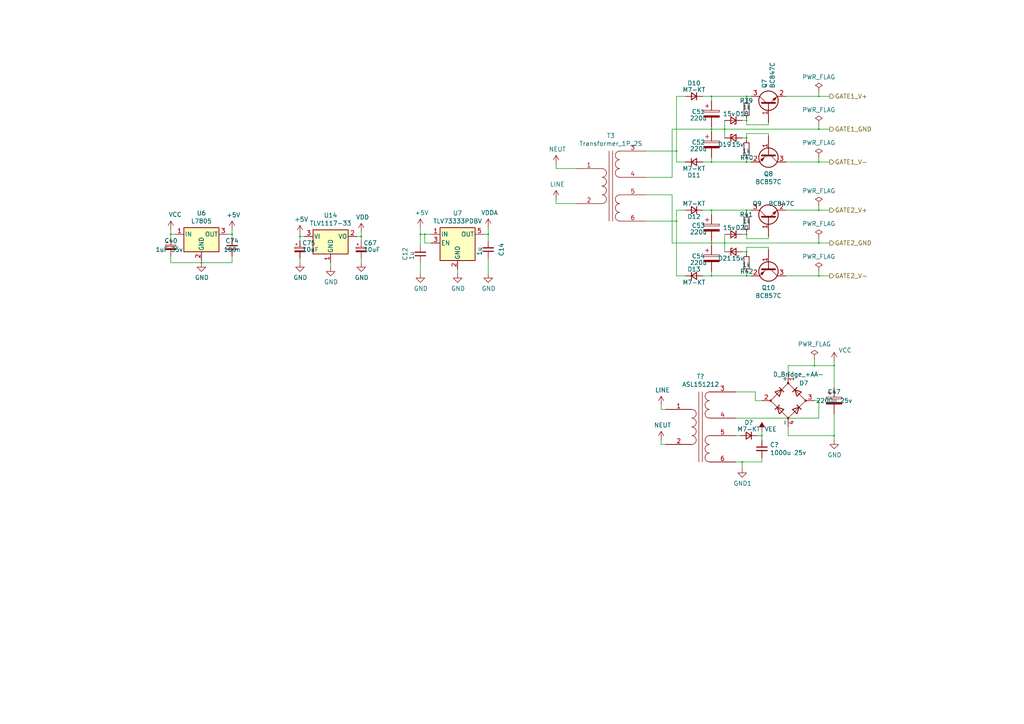
<source format=kicad_sch>
(kicad_sch (version 20201015) (generator eeschema)
  (page 1 7)
  (paper "A4")
  (lib_symbols
    (symbol "Device:CP" (pin_numbers hide) (pin_names (offset 0.254))
      (property "Reference" "C" (at 0.635 2.54 0))
      (property "Value" "CP" (at 0.635 -2.54 0))
      (symbol "CP_0_1"
        (rectangle (start -2.286 0.508) (end 2.286 1.016))
        (rectangle (start 2.286 -0.508) (end -2.286 -1.016) (fill (type outline)))
        (polyline (pts (xy -1.778 2.286) (xy -0.762 2.286)))
        (polyline (pts (xy -1.27 2.794) (xy -1.27 1.778)))
      )
      (symbol "CP_1_1"
        (pin passive line (at 0 3.81 270) (length 2.794) (name "~") (number "1"))
        (pin passive line (at 0 -3.81 90) (length 2.794) (name "~") (number "2"))
      )
    )
    (symbol "Device:CP_2" (pin_numbers hide) (pin_names (offset 0.254))
      (property "Reference" "C" (at 0.635 2.54 0))
      (property "Value" "CP" (at 0.635 -2.54 0))
      (symbol "CP_2_0_1"
        (rectangle (start -2.286 0.508) (end 2.286 1.016))
        (rectangle (start 2.286 -0.508) (end -2.286 -1.016) (fill (type outline)))
        (polyline (pts (xy -1.778 2.286) (xy -0.762 2.286)))
        (polyline (pts (xy -1.27 2.794) (xy -1.27 1.778)))
      )
      (symbol "CP_2_1_1"
        (pin passive line (at 0 3.81 270) (length 2.794) (name "~") (number "1"))
        (pin passive line (at 0 -3.81 90) (length 2.794) (name "~") (number "2"))
      )
    )
    (symbol "Device:CP_7" (pin_numbers hide) (pin_names (offset 0.254))
      (property "Reference" "C" (at 0.635 2.54 0))
      (property "Value" "CP" (at 0.635 -2.54 0))
      (symbol "CP_7_0_1"
        (rectangle (start -2.286 0.508) (end 2.286 1.016))
        (rectangle (start 2.286 -0.508) (end -2.286 -1.016) (fill (type outline)))
        (polyline (pts (xy -1.778 2.286) (xy -0.762 2.286)))
        (polyline (pts (xy -1.27 2.794) (xy -1.27 1.778)))
      )
      (symbol "CP_7_1_1"
        (pin passive line (at 0 3.81 270) (length 2.794) (name "~") (number "1"))
        (pin passive line (at 0 -3.81 90) (length 2.794) (name "~") (number "2"))
      )
    )
    (symbol "Device:CP_8" (pin_numbers hide) (pin_names (offset 0.254))
      (property "Reference" "C" (at 0.635 2.54 0))
      (property "Value" "CP" (at 0.635 -2.54 0))
      (symbol "CP_8_0_1"
        (rectangle (start -2.286 0.508) (end 2.286 1.016))
        (rectangle (start 2.286 -0.508) (end -2.286 -1.016) (fill (type outline)))
        (polyline (pts (xy -1.778 2.286) (xy -0.762 2.286)))
        (polyline (pts (xy -1.27 2.794) (xy -1.27 1.778)))
      )
      (symbol "CP_8_1_1"
        (pin passive line (at 0 3.81 270) (length 2.794) (name "~") (number "1"))
        (pin passive line (at 0 -3.81 90) (length 2.794) (name "~") (number "2"))
      )
    )
    (symbol "Device:CP_9" (pin_numbers hide) (pin_names (offset 0.254))
      (property "Reference" "C" (at 0.635 2.54 0))
      (property "Value" "CP" (at 0.635 -2.54 0))
      (symbol "CP_9_0_1"
        (rectangle (start -2.286 0.508) (end 2.286 1.016))
        (rectangle (start 2.286 -0.508) (end -2.286 -1.016) (fill (type outline)))
        (polyline (pts (xy -1.778 2.286) (xy -0.762 2.286)))
        (polyline (pts (xy -1.27 2.794) (xy -1.27 1.778)))
      )
      (symbol "CP_9_1_1"
        (pin passive line (at 0 3.81 270) (length 2.794) (name "~") (number "1"))
        (pin passive line (at 0 -3.81 90) (length 2.794) (name "~") (number "2"))
      )
    )
    (symbol "Device:CP_Small_1" (pin_numbers hide) (pin_names (offset 0.254) hide)
      (property "Reference" "C" (at 0.254 1.778 0))
      (property "Value" "CP_Small" (at 0.254 -2.032 0))
      (symbol "CP_Small_1_0_1"
        (rectangle (start -1.524 -0.3048) (end 1.524 -0.6858) (fill (type outline)))
        (rectangle (start -1.524 0.6858) (end 1.524 0.3048))
        (polyline (pts (xy -1.27 1.524) (xy -0.762 1.524)))
        (polyline (pts (xy -1.016 1.27) (xy -1.016 1.778)))
      )
      (symbol "CP_Small_1_1_1"
        (pin passive line (at 0 2.54 270) (length 1.8542) (name "~") (number "1"))
        (pin passive line (at 0 -2.54 90) (length 1.8542) (name "~") (number "2"))
      )
    )
    (symbol "Device:CP_Small_2" (pin_numbers hide) (pin_names (offset 0.254) hide)
      (property "Reference" "C" (at 0.254 1.778 0))
      (property "Value" "CP_Small" (at 0.254 -2.032 0))
      (symbol "CP_Small_2_0_1"
        (rectangle (start -1.524 -0.3048) (end 1.524 -0.6858) (fill (type outline)))
        (rectangle (start -1.524 0.6858) (end 1.524 0.3048))
        (polyline (pts (xy -1.27 1.524) (xy -0.762 1.524)))
        (polyline (pts (xy -1.016 1.27) (xy -1.016 1.778)))
      )
      (symbol "CP_Small_2_1_1"
        (pin passive line (at 0 2.54 270) (length 1.8542) (name "~") (number "1"))
        (pin passive line (at 0 -2.54 90) (length 1.8542) (name "~") (number "2"))
      )
    )
    (symbol "Device:CP_Small_3" (pin_numbers hide) (pin_names (offset 0.254) hide)
      (property "Reference" "C" (at 0.254 1.778 0))
      (property "Value" "CP_Small" (at 0.254 -2.032 0))
      (symbol "CP_Small_3_0_1"
        (rectangle (start -1.524 -0.3048) (end 1.524 -0.6858) (fill (type outline)))
        (rectangle (start -1.524 0.6858) (end 1.524 0.3048))
        (polyline (pts (xy -1.27 1.524) (xy -0.762 1.524)))
        (polyline (pts (xy -1.016 1.27) (xy -1.016 1.778)))
      )
      (symbol "CP_Small_3_1_1"
        (pin passive line (at 0 2.54 270) (length 1.8542) (name "~") (number "1"))
        (pin passive line (at 0 -2.54 90) (length 1.8542) (name "~") (number "2"))
      )
    )
    (symbol "Device:C_Small" (pin_numbers hide) (pin_names (offset 0.254) hide)
      (property "Reference" "C" (at 0.254 1.778 0))
      (property "Value" "C_Small" (at 0.254 -2.032 0))
      (symbol "C_Small_0_1"
        (polyline (pts (xy -1.524 -0.508) (xy 1.524 -0.508)) (stroke (width 0.3302)))
        (polyline (pts (xy -1.524 0.508) (xy 1.524 0.508)) (stroke (width 0.3048)))
      )
      (symbol "C_Small_1_1"
        (pin passive line (at 0 2.54 270) (length 2.032) (name "~") (number "1"))
        (pin passive line (at 0 -2.54 90) (length 2.032) (name "~") (number "2"))
      )
    )
    (symbol "Device:C_Small_1" (pin_numbers hide) (pin_names (offset 0.254) hide)
      (property "Reference" "C" (at 0.254 1.778 0))
      (property "Value" "C_Small" (at 0.254 -2.032 0))
      (symbol "C_Small_1_0_1"
        (polyline (pts (xy -1.524 -0.508) (xy 1.524 -0.508)) (stroke (width 0.3302)))
        (polyline (pts (xy -1.524 0.508) (xy 1.524 0.508)) (stroke (width 0.3048)))
      )
      (symbol "C_Small_1_1_1"
        (pin passive line (at 0 2.54 270) (length 2.032) (name "~") (number "1"))
        (pin passive line (at 0 -2.54 90) (length 2.032) (name "~") (number "2"))
      )
    )
    (symbol "Device:C_Small_2" (pin_numbers hide) (pin_names (offset 0.254) hide)
      (property "Reference" "C" (at 0.254 1.778 0))
      (property "Value" "C_Small" (at 0.254 -2.032 0))
      (symbol "C_Small_2_0_1"
        (polyline (pts (xy -1.524 -0.508) (xy 1.524 -0.508)) (stroke (width 0.3302)))
        (polyline (pts (xy -1.524 0.508) (xy 1.524 0.508)) (stroke (width 0.3048)))
      )
      (symbol "C_Small_2_1_1"
        (pin passive line (at 0 2.54 270) (length 2.032) (name "~") (number "1"))
        (pin passive line (at 0 -2.54 90) (length 2.032) (name "~") (number "2"))
      )
    )
    (symbol "Device:D_Bridge_+AA-" (pin_names (offset 0))
      (property "Reference" "D" (at 2.54 6.985 0))
      (property "Value" "D_Bridge_+AA-" (at 2.54 5.08 0))
      (symbol "D_Bridge_+AA-_0_1"
        (circle (center -5.08 0) (radius 0.254) (fill (type outline)))
        (circle (center 0 -5.08) (radius 0.254) (fill (type outline)))
        (circle (center 0 5.08) (radius 0.254) (fill (type outline)))
        (circle (center 5.08 0) (radius 0.254) (fill (type outline)))
        (polyline (pts (xy -2.54 3.81) (xy -1.27 2.54)) (stroke (width 0.254)))
        (polyline (pts (xy -1.27 -2.54) (xy -2.54 -3.81)) (stroke (width 0.254)))
        (polyline (pts (xy 2.54 -1.27) (xy 3.81 -2.54)) (stroke (width 0.254)))
        (polyline (pts (xy 2.54 1.27) (xy 3.81 2.54)) (stroke (width 0.254)))
        (polyline (pts (xy -3.81 2.54) (xy -2.54 1.27) (xy -1.905 3.175) (xy -3.81 2.54)) (stroke (width 0.254)))
        (polyline (pts (xy -2.54 -1.27) (xy -3.81 -2.54) (xy -1.905 -3.175) (xy -2.54 -1.27)) (stroke (width 0.254)))
        (polyline (pts (xy 1.27 2.54) (xy 2.54 3.81) (xy 3.175 1.905) (xy 1.27 2.54)) (stroke (width 0.254)))
        (polyline (pts (xy 3.175 -1.905) (xy 1.27 -2.54) (xy 2.54 -3.81) (xy 3.175 -1.905)) (stroke (width 0.254)))
        (polyline (pts (xy -5.08 0) (xy 0 -5.08) (xy 5.08 0) (xy 0 5.08) (xy -5.08 0)))
      )
      (symbol "D_Bridge_+AA-_1_1"
        (pin passive line (at 7.62 0 180) (length 2.54) (name "+") (number "1"))
        (pin passive line (at 0 7.62 270) (length 2.54) (name "~~") (number "2"))
        (pin passive line (at 0 -7.62 90) (length 2.54) (name "~~") (number "3"))
        (pin passive line (at -7.62 0 0) (length 2.54) (name "-") (number "4"))
      )
    )
    (symbol "Device:D_Small" (pin_numbers hide) (pin_names (offset 0.254) hide)
      (property "Reference" "D" (at -1.27 2.032 0))
      (property "Value" "D_Small" (at -3.81 -2.032 0))
      (symbol "D_Small_0_1"
        (polyline (pts (xy -0.762 -1.016) (xy -0.762 1.016)) (stroke (width 0.254)))
        (polyline (pts (xy -0.762 0) (xy 0.762 0)))
        (polyline (pts (xy 0.762 -1.016) (xy -0.762 0) (xy 0.762 1.016) (xy 0.762 -1.016)) (stroke (width 0.254)))
      )
      (symbol "D_Small_1_1"
        (pin passive line (at -2.54 0 0) (length 1.778) (name "K") (number "1"))
        (pin passive line (at 2.54 0 180) (length 1.778) (name "A") (number "2"))
      )
    )
    (symbol "Device:D_Zener_Small_1" (pin_numbers hide) (pin_names (offset 0.254) hide)
      (property "Reference" "D" (at 0 2.286 0))
      (property "Value" "D_Zener_Small" (at 0 -2.286 0))
      (symbol "D_Zener_Small_1_0_1"
        (polyline (pts (xy 0.762 0) (xy -0.762 0)))
        (polyline (pts (xy -0.254 1.016) (xy -0.762 1.016) (xy -0.762 -1.016)) (stroke (width 0.254)))
        (polyline (pts (xy 0.762 1.016) (xy -0.762 0) (xy 0.762 -1.016) (xy 0.762 1.016)) (stroke (width 0.254)))
      )
      (symbol "D_Zener_Small_1_1_1"
        (pin passive line (at -2.54 0 0) (length 1.778) (name "K") (number "1"))
        (pin passive line (at 2.54 0 180) (length 1.778) (name "A") (number "2"))
      )
    )
    (symbol "Device:Q_NPN_BEC" (pin_names (offset 0) hide)
      (property "Reference" "Q" (at 5.08 1.27 0))
      (property "Value" "Q_NPN_BEC" (at 5.08 -1.27 0))
      (symbol "Q_NPN_BEC_0_1"
        (circle (center 1.27 0) (radius 2.8194) (stroke (width 0.254)))
        (polyline (pts (xy 0.635 0.635) (xy 2.54 2.54)))
        (polyline (pts (xy 0.635 -0.635) (xy 2.54 -2.54) (xy 2.54 -2.54)))
        (polyline (pts (xy 0.635 1.905) (xy 0.635 -1.905) (xy 0.635 -1.905)) (stroke (width 0.508)))
        (polyline (pts (xy 1.27 -1.778) (xy 1.778 -1.27) (xy 2.286 -2.286) (xy 1.27 -1.778) (xy 1.27 -1.778)) (fill (type outline)))
      )
      (symbol "Q_NPN_BEC_1_1"
        (pin input line (at -5.08 0 0) (length 5.715) (name "B") (number "1"))
        (pin passive line (at 2.54 -5.08 90) (length 2.54) (name "E") (number "2"))
        (pin passive line (at 2.54 5.08 270) (length 2.54) (name "C") (number "3"))
      )
    )
    (symbol "Device:Q_PNP_BEC" (pin_names (offset 0) hide)
      (property "Reference" "Q" (at 5.08 1.27 0))
      (property "Value" "Q_PNP_BEC" (at 5.08 -1.27 0))
      (symbol "Q_PNP_BEC_0_1"
        (circle (center 1.27 0) (radius 2.8194) (stroke (width 0.254)))
        (polyline (pts (xy 0.635 0.635) (xy 2.54 2.54)))
        (polyline (pts (xy 0.635 -0.635) (xy 2.54 -2.54) (xy 2.54 -2.54)))
        (polyline (pts (xy 0.635 1.905) (xy 0.635 -1.905) (xy 0.635 -1.905)) (stroke (width 0.508)))
        (polyline (pts (xy 2.286 -1.778) (xy 1.778 -2.286) (xy 1.27 -1.27) (xy 2.286 -1.778) (xy 2.286 -1.778)) (fill (type outline)))
      )
      (symbol "Q_PNP_BEC_1_1"
        (pin input line (at -5.08 0 0) (length 5.715) (name "B") (number "1"))
        (pin passive line (at 2.54 -5.08 90) (length 2.54) (name "E") (number "2"))
        (pin passive line (at 2.54 5.08 270) (length 2.54) (name "C") (number "3"))
      )
    )
    (symbol "Device:R_Small_14" (pin_numbers hide) (pin_names (offset 0.254) hide)
      (property "Reference" "R" (at 0.762 0.508 0))
      (property "Value" "R_Small" (at 0.762 -1.016 0))
      (symbol "R_Small_14_0_1"
        (rectangle (start -0.762 1.778) (end 0.762 -1.778) (stroke (width 0.2032)))
      )
      (symbol "R_Small_14_1_1"
        (pin passive line (at 0 2.54 270) (length 0.762) (name "~") (number "1"))
        (pin passive line (at 0 -2.54 90) (length 0.762) (name "~") (number "2"))
      )
    )
    (symbol "Device:Transformer_1P_2S" (pin_names hide)
      (property "Reference" "T" (at 0 12.7 0))
      (property "Value" "Transformer_1P_2S" (at 0 -12.7 0))
      (symbol "Transformer_1P_2S_0_1"
        (arc (start -2.54 -2.54) (end -1.27 -3.81) (radius (at -2.54 -3.81) (length 1.27) (angles 89.9 0.1)))
        (arc (start -1.27 -3.81) (end -2.54 -5.0546) (radius (at -2.54 -3.81) (length 1.27) (angles -0.1 -89.9)))
        (arc (start -2.54 0) (end -1.27 -1.27) (radius (at -2.54 -1.27) (length 1.27) (angles 89.9 0.1)))
        (arc (start -1.27 -1.27) (end -2.54 -2.5146) (radius (at -2.54 -1.27) (length 1.27) (angles -0.1 -89.9)))
        (arc (start -2.54 2.54) (end -1.27 1.27) (radius (at -2.54 1.27) (length 1.27) (angles 89.9 0.1)))
        (arc (start -1.27 1.27) (end -2.54 0.0254) (radius (at -2.54 1.27) (length 1.27) (angles -0.1 -89.9)))
        (arc (start -2.54 5.08) (end -1.27 3.81) (radius (at -2.54 3.81) (length 1.27) (angles 89.9 0.1)))
        (arc (start -1.27 3.81) (end -2.54 2.5654) (radius (at -2.54 3.81) (length 1.27) (angles -0.1 -89.9)))
        (arc (start 2.54 -7.62) (end 1.2954 -8.89) (radius (at 2.54 -8.89) (length 1.27) (angles 89.9 -179.9)))
        (arc (start 1.2954 -8.89) (end 2.54 -10.1346) (radius (at 2.54 -8.89) (length 1.27) (angles 179.9 -89.9)))
        (arc (start 2.54 -5.08) (end 1.2954 -6.35) (radius (at 2.54 -6.35) (length 1.27) (angles 89.9 -179.9)))
        (arc (start 1.2954 -6.35) (end 2.54 -7.5946) (radius (at 2.54 -6.35) (length 1.27) (angles 179.9 -89.9)))
        (arc (start 2.54 -2.54) (end 1.2954 -3.81) (radius (at 2.54 -3.81) (length 1.27) (angles 89.9 -179.9)))
        (arc (start 1.2954 -3.81) (end 2.54 -5.0546) (radius (at 2.54 -3.81) (length 1.27) (angles 179.9 -89.9)))
        (arc (start 2.54 5.08) (end 1.2954 3.81) (radius (at 2.54 3.81) (length 1.27) (angles 89.9 -179.9)))
        (arc (start 1.2954 3.81) (end 2.54 2.5654) (radius (at 2.54 3.81) (length 1.27) (angles 179.9 -89.9)))
        (arc (start 2.54 7.62) (end 1.2954 6.35) (radius (at 2.54 6.35) (length 1.27) (angles 89.9 -179.9)))
        (arc (start 1.2954 6.35) (end 2.54 5.1054) (radius (at 2.54 6.35) (length 1.27) (angles 179.9 -89.9)))
        (arc (start 2.54 10.16) (end 1.2954 8.89) (radius (at 2.54 8.89) (length 1.27) (angles 89.9 -179.9)))
        (arc (start 1.2954 8.89) (end 2.54 7.6454) (radius (at 2.54 8.89) (length 1.27) (angles 179.9 -89.9)))
        (polyline (pts (xy -0.508 -10.16) (xy -0.508 10.16)))
        (polyline (pts (xy 0.508 10.16) (xy 0.508 -10.16)))
      )
      (symbol "Transformer_1P_2S_1_1"
        (pin passive line (at -10.16 5.08 0) (length 7.62) (name "AA") (number "1"))
        (pin passive line (at -10.16 -5.08 0) (length 7.62) (name "AB") (number "2"))
        (pin passive line (at 10.16 10.16 180) (length 7.62) (name "SA") (number "3"))
        (pin passive line (at 10.16 2.54 180) (length 7.62) (name "SB") (number "4"))
        (pin passive line (at 10.16 -2.54 180) (length 7.62) (name "SC") (number "5"))
        (pin passive line (at 10.16 -10.16 180) (length 7.62) (name "SD") (number "6"))
      )
    )
    (symbol "Device:Transformer_1P_2S_1" (pin_names hide)
      (property "Reference" "T" (at 0 12.7 0))
      (property "Value" "Transformer_1P_2S" (at 0 -12.7 0))
      (symbol "Transformer_1P_2S_1_0_1"
        (arc (start -2.54 -2.54) (end -1.27 -3.81) (radius (at -2.54 -3.81) (length 1.27) (angles 89.9 0.1)))
        (arc (start -1.27 -3.81) (end -2.54 -5.0546) (radius (at -2.54 -3.81) (length 1.27) (angles -0.1 -89.9)))
        (arc (start -2.54 0) (end -1.27 -1.27) (radius (at -2.54 -1.27) (length 1.27) (angles 89.9 0.1)))
        (arc (start -1.27 -1.27) (end -2.54 -2.5146) (radius (at -2.54 -1.27) (length 1.27) (angles -0.1 -89.9)))
        (arc (start -2.54 2.54) (end -1.27 1.27) (radius (at -2.54 1.27) (length 1.27) (angles 89.9 0.1)))
        (arc (start -1.27 1.27) (end -2.54 0.0254) (radius (at -2.54 1.27) (length 1.27) (angles -0.1 -89.9)))
        (arc (start -2.54 5.08) (end -1.27 3.81) (radius (at -2.54 3.81) (length 1.27) (angles 89.9 0.1)))
        (arc (start -1.27 3.81) (end -2.54 2.5654) (radius (at -2.54 3.81) (length 1.27) (angles -0.1 -89.9)))
        (arc (start 2.54 -7.62) (end 1.2954 -8.89) (radius (at 2.54 -8.89) (length 1.27) (angles 89.9 -179.9)))
        (arc (start 1.2954 -8.89) (end 2.54 -10.1346) (radius (at 2.54 -8.89) (length 1.27) (angles 179.9 -89.9)))
        (arc (start 2.54 -5.08) (end 1.2954 -6.35) (radius (at 2.54 -6.35) (length 1.27) (angles 89.9 -179.9)))
        (arc (start 1.2954 -6.35) (end 2.54 -7.5946) (radius (at 2.54 -6.35) (length 1.27) (angles 179.9 -89.9)))
        (arc (start 2.54 -2.54) (end 1.2954 -3.81) (radius (at 2.54 -3.81) (length 1.27) (angles 89.9 -179.9)))
        (arc (start 1.2954 -3.81) (end 2.54 -5.0546) (radius (at 2.54 -3.81) (length 1.27) (angles 179.9 -89.9)))
        (arc (start 2.54 5.08) (end 1.2954 3.81) (radius (at 2.54 3.81) (length 1.27) (angles 89.9 -179.9)))
        (arc (start 1.2954 3.81) (end 2.54 2.5654) (radius (at 2.54 3.81) (length 1.27) (angles 179.9 -89.9)))
        (arc (start 2.54 7.62) (end 1.2954 6.35) (radius (at 2.54 6.35) (length 1.27) (angles 89.9 -179.9)))
        (arc (start 1.2954 6.35) (end 2.54 5.1054) (radius (at 2.54 6.35) (length 1.27) (angles 179.9 -89.9)))
        (arc (start 2.54 10.16) (end 1.2954 8.89) (radius (at 2.54 8.89) (length 1.27) (angles 89.9 -179.9)))
        (arc (start 1.2954 8.89) (end 2.54 7.6454) (radius (at 2.54 8.89) (length 1.27) (angles 179.9 -89.9)))
        (polyline (pts (xy -0.508 -10.16) (xy -0.508 10.16)))
        (polyline (pts (xy 0.508 10.16) (xy 0.508 -10.16)))
      )
      (symbol "Transformer_1P_2S_1_1_1"
        (pin passive line (at -10.16 5.08 0) (length 7.62) (name "AA") (number "1"))
        (pin passive line (at -10.16 -5.08 0) (length 7.62) (name "AB") (number "2"))
        (pin passive line (at 10.16 10.16 180) (length 7.62) (name "SA") (number "3"))
        (pin passive line (at 10.16 2.54 180) (length 7.62) (name "SB") (number "4"))
        (pin passive line (at 10.16 -2.54 180) (length 7.62) (name "SC") (number "5"))
        (pin passive line (at 10.16 -10.16 180) (length 7.62) (name "SD") (number "6"))
      )
    )
    (symbol "Regulator_Linear:L7805" (pin_names (offset 0.254))
      (property "Reference" "U" (at -3.81 3.175 0))
      (property "Value" "L7805" (at 0 3.175 0))
      (symbol "L7805_0_1"
        (rectangle (start -5.08 1.905) (end 5.08 -5.08) (stroke (width 0.254)) (fill (type background)))
      )
      (symbol "L7805_1_1"
        (pin power_in line (at -7.62 0 0) (length 2.54) (name "IN") (number "1"))
        (pin power_in line (at 0 -7.62 90) (length 2.54) (name "GND") (number "2"))
        (pin power_out line (at 7.62 0 180) (length 2.54) (name "OUT") (number "3"))
      )
    )
    (symbol "Regulator_Linear:TLV1117-33" (pin_names (offset 0.254))
      (property "Reference" "U" (at -3.81 3.175 0))
      (property "Value" "TLV1117-33" (at 0 3.175 0))
      (symbol "TLV1117-33_0_1"
        (rectangle (start -5.08 -5.08) (end 5.08 1.905) (stroke (width 0.254)) (fill (type background)))
      )
      (symbol "TLV1117-33_1_1"
        (pin power_in line (at 0 -7.62 90) (length 2.54) (name "GND") (number "1"))
        (pin power_out line (at 7.62 0 180) (length 2.54) (name "VO") (number "2"))
        (pin power_in line (at -7.62 0 0) (length 2.54) (name "VI") (number "3"))
      )
    )
    (symbol "Regulator_Linear:TLV73333PDBV" (pin_names (offset 0.254))
      (property "Reference" "U" (at -3.81 5.715 0))
      (property "Value" "TLV73333PDBV" (at 0 5.715 0))
      (symbol "TLV73333PDBV_0_1"
        (rectangle (start -5.08 4.445) (end 5.08 -5.08) (stroke (width 0.254)) (fill (type background)))
      )
      (symbol "TLV73333PDBV_1_1"
        (pin power_in line (at -7.62 2.54 0) (length 2.54) (name "IN") (number "1"))
        (pin power_in line (at 0 -7.62 90) (length 2.54) (name "GND") (number "2"))
        (pin input line (at -7.62 0 0) (length 2.54) (name "EN") (number "3"))
        (pin unconnected line (at 5.08 0 180) (length 2.54) hide (name "NC") (number "4"))
        (pin power_out line (at 7.62 2.54 180) (length 2.54) (name "OUT") (number "5"))
      )
    )
    (symbol "power:+5V" (power) (pin_names (offset 0))
      (property "Value" "+5V" (at 0 3.556 0))
      (symbol "+5V_0_1"
        (polyline (pts (xy -0.762 1.27) (xy 0 2.54)))
        (polyline (pts (xy 0 0) (xy 0 2.54)))
        (polyline (pts (xy 0 2.54) (xy 0.762 1.27)))
      )
      (symbol "+5V_1_1"
        (pin power_in line (at 0 0 90) (length 0) hide (name "+5V") (number "1"))
      )
    )
    (symbol "power:GND" (power) (pin_names (offset 0))
      (property "Value" "GND" (at 0 -3.81 0))
      (symbol "GND_0_1"
        (polyline (pts (xy 0 0) (xy 0 -1.27) (xy 1.27 -1.27) (xy 0 -2.54) (xy -1.27 -1.27) (xy 0 -1.27)))
      )
      (symbol "GND_1_1"
        (pin power_in line (at 0 0 270) (length 0) hide (name "GND") (number "1"))
      )
    )
    (symbol "power:GND1" (power) (pin_names (offset 0))
      (property "Value" "GND1" (at 0 -3.81 0))
      (symbol "GND1_0_1"
        (polyline (pts (xy 0 0) (xy 0 -1.27) (xy 1.27 -1.27) (xy 0 -2.54) (xy -1.27 -1.27) (xy 0 -1.27)))
      )
      (symbol "GND1_1_1"
        (pin power_in line (at 0 0 270) (length 0) hide (name "GND1") (number "1"))
      )
    )
    (symbol "power:LINE" (power) (pin_names (offset 0))
      (property "Value" "LINE" (at 0 3.81 0))
      (symbol "LINE_0_1"
        (polyline (pts (xy -0.762 1.27) (xy 0 2.54)))
        (polyline (pts (xy 0 0) (xy 0 2.54)))
        (polyline (pts (xy 0 2.54) (xy 0.762 1.27)))
      )
      (symbol "LINE_1_1"
        (pin power_in line (at 0 0 90) (length 0) hide (name "LINE") (number "1"))
      )
    )
    (symbol "power:NEUT" (power) (pin_names (offset 0))
      (property "Value" "NEUT" (at 0 3.81 0))
      (symbol "NEUT_0_1"
        (polyline (pts (xy -0.762 1.27) (xy 0 2.54)))
        (polyline (pts (xy 0 0) (xy 0 2.54)))
        (polyline (pts (xy 0 2.54) (xy 0.762 1.27)))
      )
      (symbol "NEUT_1_1"
        (pin power_in line (at 0 0 90) (length 0) hide (name "NEUT") (number "1"))
      )
    )
    (symbol "power:PWR_FLAG" (power) (pin_numbers hide) (pin_names (offset 0) hide)
      (property "Value" "PWR_FLAG" (at 0 3.81 0))
      (symbol "PWR_FLAG_0_1"
        (polyline (pts (xy 0 0) (xy 0 1.27) (xy -1.016 1.905) (xy 0 2.54) (xy 1.016 1.905) (xy 0 1.27)))
      )
      (symbol "PWR_FLAG_0_0"
        (pin power_out line (at 0 0 90) (length 0) (name "pwr") (number "1"))
      )
    )
    (symbol "power:PWR_FLAG_2" (power) (pin_numbers hide) (pin_names (offset 0) hide)
      (property "Value" "PWR_FLAG" (at 0 3.81 0))
      (symbol "PWR_FLAG_2_0_1"
        (polyline (pts (xy 0 0) (xy 0 1.27) (xy -1.016 1.905) (xy 0 2.54) (xy 1.016 1.905) (xy 0 1.27)))
      )
      (symbol "PWR_FLAG_2_0_0"
        (pin power_out line (at 0 0 90) (length 0) (name "pwr") (number "1"))
      )
    )
    (symbol "power:VCC" (power) (pin_names (offset 0))
      (property "Value" "VCC" (at 0 3.81 0))
      (symbol "VCC_0_1"
        (polyline (pts (xy -0.762 1.27) (xy 0 2.54)))
        (polyline (pts (xy 0 0) (xy 0 2.54)))
        (polyline (pts (xy 0 2.54) (xy 0.762 1.27)))
      )
      (symbol "VCC_1_1"
        (pin power_in line (at 0 0 90) (length 0) hide (name "VCC") (number "1"))
      )
    )
    (symbol "power:VDD" (power) (pin_names (offset 0))
      (property "Value" "VDD" (at 0 3.81 0))
      (symbol "VDD_0_1"
        (polyline (pts (xy -0.762 1.27) (xy 0 2.54)))
        (polyline (pts (xy 0 0) (xy 0 2.54)))
        (polyline (pts (xy 0 2.54) (xy 0.762 1.27)))
      )
      (symbol "VDD_1_1"
        (pin power_in line (at 0 0 90) (length 0) hide (name "VDD") (number "1"))
      )
    )
    (symbol "power:VDDA" (power) (pin_names (offset 0))
      (property "Value" "VDDA" (at 0 3.81 0))
      (symbol "VDDA_0_1"
        (polyline (pts (xy -0.762 1.27) (xy 0 2.54)))
        (polyline (pts (xy 0 0) (xy 0 2.54)))
        (polyline (pts (xy 0 2.54) (xy 0.762 1.27)))
      )
      (symbol "VDDA_1_1"
        (pin power_in line (at 0 0 90) (length 0) hide (name "VDDA") (number "1"))
      )
    )
    (symbol "power:VEE" (power) (pin_names (offset 0))
      (property "Value" "VEE" (at 0 3.81 0))
      (symbol "VEE_0_1"
        (polyline (pts (xy 0 0) (xy 0 2.54)))
        (polyline (pts (xy 0.762 1.27) (xy -0.762 1.27) (xy 0 2.54) (xy 0.762 1.27)) (fill (type outline)))
      )
      (symbol "VEE_1_1"
        (pin power_in line (at 0 0 90) (length 0) hide (name "VEE") (number "1"))
      )
    )
  )
  (junction (at 49.53 67.945) (diameter 0.3048))
  (junction (at 58.42 76.2) (diameter 0.3048))
  (junction (at 67.31 67.945) (diameter 0.3048))
  (junction (at 86.995 68.58) (diameter 0.3048))
  (junction (at 104.775 68.58) (diameter 0.3048))
  (junction (at 121.92 67.945) (diameter 0.3048))
  (junction (at 123.19 67.945) (diameter 0.3048))
  (junction (at 141.605 67.945) (diameter 0.3048))
  (junction (at 196.215 43.815) (diameter 0.3048))
  (junction (at 196.215 64.135) (diameter 0.3048))
  (junction (at 206.375 27.94) (diameter 0.3048))
  (junction (at 206.375 37.465) (diameter 0.3048))
  (junction (at 206.375 46.99) (diameter 0.3048))
  (junction (at 206.375 60.96) (diameter 0.3048))
  (junction (at 206.375 70.485) (diameter 0.3048))
  (junction (at 206.375 80.01) (diameter 0.3048))
  (junction (at 210.185 37.465) (diameter 0.3048))
  (junction (at 210.185 70.485) (diameter 0.3048))
  (junction (at 215.265 133.985) (diameter 0.3048))
  (junction (at 216.535 27.94) (diameter 0.3048))
  (junction (at 216.535 34.925) (diameter 0.3048))
  (junction (at 216.535 40.005) (diameter 0.3048))
  (junction (at 216.535 46.99) (diameter 0.3048))
  (junction (at 216.535 60.96) (diameter 0.3048))
  (junction (at 216.535 67.945) (diameter 0.3048))
  (junction (at 216.535 73.025) (diameter 0.3048))
  (junction (at 216.535 80.01) (diameter 0.3048))
  (junction (at 220.98 126.365) (diameter 0.3048))
  (junction (at 236.22 106.045) (diameter 0.3048))
  (junction (at 237.49 27.94) (diameter 0.3048))
  (junction (at 237.49 37.465) (diameter 0.3048))
  (junction (at 237.49 46.99) (diameter 0.3048))
  (junction (at 237.49 60.96) (diameter 0.3048))
  (junction (at 237.49 70.485) (diameter 0.3048))
  (junction (at 237.49 80.01) (diameter 0.3048))
  (junction (at 241.935 106.045) (diameter 0.3048))
  (junction (at 241.935 126.365) (diameter 0.3048))
  (wire (pts (xy 49.53 66.675) (xy 49.53 67.945)))
  (wire (pts (xy 49.53 67.945) (xy 49.53 69.215)))
  (wire (pts (xy 49.53 67.945) (xy 50.8 67.945)))
  (wire (pts (xy 49.53 74.295) (xy 49.53 76.2)))
  (wire (pts (xy 49.53 76.2) (xy 58.42 76.2)))
  (wire (pts (xy 58.42 75.565) (xy 58.42 76.2)))
  (wire (pts (xy 58.42 76.2) (xy 67.31 76.2)))
  (wire (pts (xy 66.04 67.945) (xy 67.31 67.945)))
  (wire (pts (xy 67.31 66.675) (xy 67.31 67.945)))
  (wire (pts (xy 67.31 67.945) (xy 67.31 69.215)))
  (wire (pts (xy 67.31 74.295) (xy 67.31 76.2)))
  (wire (pts (xy 86.995 67.945) (xy 86.995 68.58)))
  (wire (pts (xy 86.995 68.58) (xy 86.995 69.85)))
  (wire (pts (xy 86.995 68.58) (xy 88.265 68.58)))
  (wire (pts (xy 86.995 74.93) (xy 86.995 76.2)))
  (wire (pts (xy 95.885 76.2) (xy 95.885 77.47)))
  (wire (pts (xy 103.505 68.58) (xy 104.775 68.58)))
  (wire (pts (xy 104.775 67.31) (xy 104.775 68.58)))
  (wire (pts (xy 104.775 68.58) (xy 104.775 69.85)))
  (wire (pts (xy 104.775 74.93) (xy 104.775 76.2)))
  (wire (pts (xy 121.92 66.04) (xy 121.92 67.945)))
  (wire (pts (xy 121.92 67.945) (xy 121.92 71.12)))
  (wire (pts (xy 121.92 67.945) (xy 123.19 67.945)))
  (wire (pts (xy 121.92 76.2) (xy 121.92 79.375)))
  (wire (pts (xy 123.19 67.945) (xy 123.19 70.485)))
  (wire (pts (xy 123.19 70.485) (xy 125.095 70.485)))
  (wire (pts (xy 125.095 67.945) (xy 123.19 67.945)))
  (wire (pts (xy 132.715 78.105) (xy 132.715 79.375)))
  (wire (pts (xy 140.335 67.945) (xy 141.605 67.945)))
  (wire (pts (xy 141.605 66.04) (xy 141.605 67.945)))
  (wire (pts (xy 141.605 67.945) (xy 141.605 69.85)))
  (wire (pts (xy 141.605 74.93) (xy 141.605 79.375)))
  (wire (pts (xy 161.29 47.625) (xy 161.29 48.895)))
  (wire (pts (xy 161.29 48.895) (xy 167.005 48.895)))
  (wire (pts (xy 161.29 57.785) (xy 161.29 59.055)))
  (wire (pts (xy 161.29 59.055) (xy 167.005 59.055)))
  (wire (pts (xy 187.325 43.815) (xy 196.215 43.815)))
  (wire (pts (xy 187.325 51.435) (xy 194.945 51.435)))
  (wire (pts (xy 187.325 56.515) (xy 194.945 56.515)))
  (wire (pts (xy 187.325 64.135) (xy 196.215 64.135)))
  (wire (pts (xy 191.77 117.475) (xy 191.77 118.745)))
  (wire (pts (xy 191.77 118.745) (xy 193.04 118.745)))
  (wire (pts (xy 191.77 127.635) (xy 191.77 128.905)))
  (wire (pts (xy 191.77 128.905) (xy 193.04 128.905)))
  (wire (pts (xy 194.945 37.465) (xy 206.375 37.465)))
  (wire (pts (xy 194.945 51.435) (xy 194.945 37.465)))
  (wire (pts (xy 194.945 56.515) (xy 194.945 70.485)))
  (wire (pts (xy 194.945 70.485) (xy 206.375 70.485)))
  (wire (pts (xy 196.215 27.94) (xy 198.755 27.94)))
  (wire (pts (xy 196.215 43.815) (xy 196.215 27.94)))
  (wire (pts (xy 196.215 46.99) (xy 196.215 43.815)))
  (wire (pts (xy 196.215 46.99) (xy 198.755 46.99)))
  (wire (pts (xy 196.215 60.96) (xy 196.215 64.135)))
  (wire (pts (xy 196.215 60.96) (xy 198.755 60.96)))
  (wire (pts (xy 196.215 64.135) (xy 196.215 80.01)))
  (wire (pts (xy 196.215 80.01) (xy 198.755 80.01)))
  (wire (pts (xy 203.835 27.94) (xy 206.375 27.94)))
  (wire (pts (xy 203.835 46.99) (xy 206.375 46.99)))
  (wire (pts (xy 203.835 60.96) (xy 206.375 60.96)))
  (wire (pts (xy 203.835 80.01) (xy 206.375 80.01)))
  (wire (pts (xy 206.375 27.94) (xy 206.375 29.21)))
  (wire (pts (xy 206.375 27.94) (xy 216.535 27.94)))
  (wire (pts (xy 206.375 36.83) (xy 206.375 37.465)))
  (wire (pts (xy 206.375 37.465) (xy 206.375 38.1)))
  (wire (pts (xy 206.375 37.465) (xy 210.185 37.465)))
  (wire (pts (xy 206.375 46.99) (xy 206.375 45.72)))
  (wire (pts (xy 206.375 46.99) (xy 216.535 46.99)))
  (wire (pts (xy 206.375 60.96) (xy 206.375 62.23)))
  (wire (pts (xy 206.375 60.96) (xy 216.535 60.96)))
  (wire (pts (xy 206.375 69.85) (xy 206.375 70.485)))
  (wire (pts (xy 206.375 70.485) (xy 206.375 71.12)))
  (wire (pts (xy 206.375 70.485) (xy 210.185 70.485)))
  (wire (pts (xy 206.375 80.01) (xy 206.375 78.74)))
  (wire (pts (xy 206.375 80.01) (xy 216.535 80.01)))
  (wire (pts (xy 210.185 37.465) (xy 210.185 34.925)))
  (wire (pts (xy 210.185 37.465) (xy 210.185 40.005)))
  (wire (pts (xy 210.185 37.465) (xy 237.49 37.465)))
  (wire (pts (xy 210.185 70.485) (xy 210.185 67.945)))
  (wire (pts (xy 210.185 70.485) (xy 210.185 73.025)))
  (wire (pts (xy 210.185 70.485) (xy 237.49 70.485)))
  (wire (pts (xy 213.36 113.665) (xy 219.075 113.665)))
  (wire (pts (xy 213.36 121.285) (xy 237.49 121.285)))
  (wire (pts (xy 213.36 126.365) (xy 214.63 126.365)))
  (wire (pts (xy 213.36 133.985) (xy 215.265 133.985)))
  (wire (pts (xy 215.265 34.925) (xy 216.535 34.925)))
  (wire (pts (xy 215.265 40.005) (xy 216.535 40.005)))
  (wire (pts (xy 215.265 67.945) (xy 216.535 67.945)))
  (wire (pts (xy 215.265 73.025) (xy 216.535 73.025)))
  (wire (pts (xy 215.265 133.985) (xy 215.265 135.89)))
  (wire (pts (xy 215.265 133.985) (xy 220.98 133.985)))
  (wire (pts (xy 216.535 27.94) (xy 216.535 29.21)))
  (wire (pts (xy 216.535 27.94) (xy 217.805 27.94)))
  (wire (pts (xy 216.535 34.29) (xy 216.535 34.925)))
  (wire (pts (xy 216.535 34.925) (xy 216.535 36.195)))
  (wire (pts (xy 216.535 36.195) (xy 222.885 36.195)))
  (wire (pts (xy 216.535 38.735) (xy 216.535 40.005)))
  (wire (pts (xy 216.535 40.005) (xy 216.535 40.64)))
  (wire (pts (xy 216.535 45.72) (xy 216.535 46.99)))
  (wire (pts (xy 216.535 46.99) (xy 217.805 46.99)))
  (wire (pts (xy 216.535 60.96) (xy 216.535 62.23)))
  (wire (pts (xy 216.535 60.96) (xy 217.805 60.96)))
  (wire (pts (xy 216.535 67.31) (xy 216.535 67.945)))
  (wire (pts (xy 216.535 67.945) (xy 216.535 69.215)))
  (wire (pts (xy 216.535 69.215) (xy 222.885 69.215)))
  (wire (pts (xy 216.535 71.755) (xy 216.535 73.025)))
  (wire (pts (xy 216.535 73.025) (xy 216.535 73.66)))
  (wire (pts (xy 216.535 78.74) (xy 216.535 80.01)))
  (wire (pts (xy 216.535 80.01) (xy 217.805 80.01)))
  (wire (pts (xy 219.075 113.665) (xy 219.075 116.205)))
  (wire (pts (xy 219.075 116.205) (xy 220.98 116.205)))
  (wire (pts (xy 219.71 126.365) (xy 220.98 126.365)))
  (wire (pts (xy 220.98 125.095) (xy 220.98 126.365)))
  (wire (pts (xy 220.98 126.365) (xy 220.98 127.635)))
  (wire (pts (xy 220.98 133.985) (xy 220.98 132.715)))
  (wire (pts (xy 222.885 35.56) (xy 222.885 36.195)))
  (wire (pts (xy 222.885 38.735) (xy 216.535 38.735)))
  (wire (pts (xy 222.885 39.37) (xy 222.885 38.735)))
  (wire (pts (xy 222.885 68.58) (xy 222.885 69.215)))
  (wire (pts (xy 222.885 71.755) (xy 216.535 71.755)))
  (wire (pts (xy 222.885 72.39) (xy 222.885 71.755)))
  (wire (pts (xy 227.965 27.94) (xy 237.49 27.94)))
  (wire (pts (xy 227.965 46.99) (xy 237.49 46.99)))
  (wire (pts (xy 227.965 60.96) (xy 237.49 60.96)))
  (wire (pts (xy 227.965 80.01) (xy 237.49 80.01)))
  (wire (pts (xy 228.6 106.045) (xy 228.6 108.585)))
  (wire (pts (xy 228.6 106.045) (xy 236.22 106.045)))
  (wire (pts (xy 228.6 123.825) (xy 228.6 126.365)))
  (wire (pts (xy 228.6 126.365) (xy 241.935 126.365)))
  (wire (pts (xy 236.22 104.14) (xy 236.22 106.045)))
  (wire (pts (xy 236.22 106.045) (xy 241.935 106.045)))
  (wire (pts (xy 237.49 26.67) (xy 237.49 27.94)))
  (wire (pts (xy 237.49 27.94) (xy 240.665 27.94)))
  (wire (pts (xy 237.49 36.195) (xy 237.49 37.465)))
  (wire (pts (xy 237.49 37.465) (xy 240.665 37.465)))
  (wire (pts (xy 237.49 45.72) (xy 237.49 46.99)))
  (wire (pts (xy 237.49 46.99) (xy 240.665 46.99)))
  (wire (pts (xy 237.49 59.69) (xy 237.49 60.96)))
  (wire (pts (xy 237.49 60.96) (xy 240.665 60.96)))
  (wire (pts (xy 237.49 69.215) (xy 237.49 70.485)))
  (wire (pts (xy 237.49 70.485) (xy 240.665 70.485)))
  (wire (pts (xy 237.49 78.74) (xy 237.49 80.01)))
  (wire (pts (xy 237.49 80.01) (xy 240.665 80.01)))
  (wire (pts (xy 237.49 116.205) (xy 236.22 116.205)))
  (wire (pts (xy 237.49 121.285) (xy 237.49 116.205)))
  (wire (pts (xy 241.935 104.775) (xy 241.935 106.045)))
  (wire (pts (xy 241.935 106.045) (xy 241.935 112.395)))
  (wire (pts (xy 241.935 120.015) (xy 241.935 126.365)))
  (wire (pts (xy 241.935 126.365) (xy 241.935 127.635)))
  (hierarchical_label "GATE1_V+" (shape output) (at 240.665 27.94 0))
  (hierarchical_label "GATE1_GND" (shape output) (at 240.665 37.465 0))
  (hierarchical_label "GATE1_V-" (shape output) (at 240.665 46.99 0))
  (hierarchical_label "GATE2_V+" (shape output) (at 240.665 60.96 0))
  (hierarchical_label "GATE2_GND" (shape output) (at 240.665 70.485 0))
  (hierarchical_label "GATE2_V-" (shape output) (at 240.665 80.01 0))
  (symbol (lib_name "power:PWR_FLAG_2") (lib_id "power:PWR_FLAG") (at 236.22 104.14 0) (unit 1)
    (property "Reference" "#FLG0121" (effects hide))
    (property "Value" "PWR_FLAG" (at 236.22 99.8156 0))
  )
  (symbol (lib_id "power:PWR_FLAG") (at 237.49 26.67 0) (unit 1)
    (property "Reference" "#FLG0109" (effects hide))
    (property "Value" "PWR_FLAG" (at 237.49 22.3456 0))
  )
  (symbol (lib_id "power:PWR_FLAG") (at 237.49 36.195 0) (unit 1)
    (property "Reference" "#FLG0110" (effects hide))
    (property "Value" "PWR_FLAG" (at 237.49 31.8706 0))
  )
  (symbol (lib_id "power:PWR_FLAG") (at 237.49 45.72 0) (unit 1)
    (property "Reference" "#FLG0108" (effects hide))
    (property "Value" "PWR_FLAG" (at 237.49 41.402 0))
  )
  (symbol (lib_id "power:PWR_FLAG") (at 237.49 59.69 0) (unit 1)
    (property "Reference" "#FLG0117" (effects hide))
    (property "Value" "PWR_FLAG" (at 237.49 55.372 0))
  )
  (symbol (lib_id "power:PWR_FLAG") (at 237.49 69.215 0) (unit 1)
    (property "Reference" "#FLG0118" (effects hide))
    (property "Value" "PWR_FLAG" (at 237.49 64.897 0))
  )
  (symbol (lib_id "power:PWR_FLAG") (at 237.49 78.74 0) (unit 1)
    (property "Reference" "#FLG0119" (effects hide))
    (property "Value" "PWR_FLAG" (at 237.49 74.422 0))
  )
  (symbol (lib_id "power:VCC") (at 49.53 66.675 0) (unit 1)
    (property "Reference" "#PWR019" (effects hide))
    (property "Value" "VCC" (at 50.8 62.23 0))
  )
  (symbol (lib_id "power:+5V") (at 67.31 66.675 0) (unit 1)
    (property "Reference" "#PWR021" (effects hide))
    (property "Value" "+5V" (at 67.691 62.357 0))
  )
  (symbol (lib_id "power:+5V") (at 86.995 67.945 0) (unit 1)
    (property "Reference" "#PWR0106" (effects hide))
    (property "Value" "+5V" (at 87.376 63.627 0))
  )
  (symbol (lib_id "power:VDD") (at 104.775 67.31 0) (unit 1)
    (property "Reference" "#PWR028" (effects hide))
    (property "Value" "VDD" (at 105.156 62.992 0))
  )
  (symbol (lib_id "power:+5V") (at 121.92 66.04 0) (unit 1)
    (property "Reference" "#PWR0101" (effects hide))
    (property "Value" "+5V" (at 122.301 61.722 0))
  )
  (symbol (lib_id "power:VDDA") (at 141.605 66.04 0) (unit 1)
    (property "Reference" "#PWR030" (effects hide))
    (property "Value" "VDDA" (at 141.986 61.722 0))
  )
  (symbol (lib_id "power:NEUT") (at 161.29 47.625 0) (unit 1)
    (property "Reference" "#PWR056" (effects hide))
    (property "Value" "NEUT" (at 161.6583 43.3006 0))
  )
  (symbol (lib_id "power:LINE") (at 161.29 57.785 0) (unit 1)
    (property "Reference" "#PWR055" (effects hide))
    (property "Value" "LINE" (at 161.6583 53.4606 0))
  )
  (symbol (lib_id "power:LINE") (at 191.77 117.475 0) (unit 1)
    (property "Reference" "#PWR039" (effects hide))
    (property "Value" "LINE" (at 192.151 113.157 0))
  )
  (symbol (lib_id "power:NEUT") (at 191.77 127.635 0) (unit 1)
    (property "Reference" "#PWR040" (effects hide))
    (property "Value" "NEUT" (at 192.151 123.317 0))
  )
  (symbol (lib_id "power:VEE") (at 220.98 125.095 0) (unit 1)
    (property "Reference" "#PWR?" (effects hide))
    (property "Value" "VEE" (at 223.52 124.46 0))
  )
  (symbol (lib_id "power:VCC") (at 241.935 104.775 0) (unit 1)
    (property "Reference" "#PWR041" (effects hide))
    (property "Value" "VCC" (at 245.11 101.6 0))
  )
  (symbol (lib_id "power:GND") (at 58.42 76.2 0) (unit 1)
    (property "Reference" "#PWR020" (effects hide))
    (property "Value" "GND" (at 58.547 80.518 0))
  )
  (symbol (lib_id "power:GND") (at 86.995 76.2 0) (unit 1)
    (property "Reference" "#PWR0132" (effects hide))
    (property "Value" "GND" (at 87.122 80.518 0))
  )
  (symbol (lib_id "power:GND") (at 95.885 77.47 0) (unit 1)
    (property "Reference" "#PWR0102" (effects hide))
    (property "Value" "GND" (at 96.012 81.788 0))
  )
  (symbol (lib_id "power:GND") (at 104.775 76.2 0) (unit 1)
    (property "Reference" "#PWR053" (effects hide))
    (property "Value" "GND" (at 104.902 80.518 0))
  )
  (symbol (lib_id "power:GND") (at 121.92 79.375 0) (unit 1)
    (property "Reference" "#PWR0109" (effects hide))
    (property "Value" "GND" (at 122.047 83.693 0))
  )
  (symbol (lib_id "power:GND") (at 132.715 79.375 0) (unit 1)
    (property "Reference" "#PWR0103" (effects hide))
    (property "Value" "GND" (at 132.842 83.693 0))
  )
  (symbol (lib_id "power:GND") (at 141.605 79.375 0) (unit 1)
    (property "Reference" "#PWR0104" (effects hide))
    (property "Value" "GND" (at 141.732 83.693 0))
  )
  (symbol (lib_id "power:GND1") (at 215.265 135.89 0) (unit 1)
    (property "Reference" "#PWR?" (effects hide))
    (property "Value" "GND1" (at 215.3793 140.2144 0))
  )
  (symbol (lib_id "power:GND") (at 241.935 127.635 0) (unit 1)
    (property "Reference" "#PWR?" (effects hide))
    (property "Value" "GND" (at 242.0493 131.9594 0))
  )
  (symbol (lib_name "Device:R_Small_14") (lib_id "Device:R_Small") (at 216.535 31.75 180) (unit 1)
    (property "Reference" "R39" (at 218.44 29.21 0) (effects (justify left)))
    (property "Value" "1k" (at 217.805 31.115 0) (effects (justify left)))
    (property "Footprint" "Resistor_SMD:R_0805_2012Metric" (effects hide))
    (property "Link" "https://ozdisan.com/passive-components/resistors/smt-smd-and-chip-resistors/0805S8J0102T5E" (effects hide))
    (property "Price" "0.00221 USD" (effects hide))
  )
  (symbol (lib_name "Device:R_Small_14") (lib_id "Device:R_Small") (at 216.535 43.18 0) (unit 1)
    (property "Reference" "R40" (at 214.63 45.72 0) (effects (justify left)))
    (property "Value" "1k" (at 215.265 43.815 0) (effects (justify left)))
    (property "Footprint" "Resistor_SMD:R_0805_2012Metric" (effects hide))
    (property "Link" "https://ozdisan.com/passive-components/resistors/smt-smd-and-chip-resistors/0805S8J0102T5E" (effects hide))
    (property "Price" "0.00221 USD" (effects hide))
  )
  (symbol (lib_name "Device:R_Small_14") (lib_id "Device:R_Small") (at 216.535 64.77 180) (unit 1)
    (property "Reference" "R41" (at 218.44 62.23 0) (effects (justify left)))
    (property "Value" "1k" (at 217.805 64.135 0) (effects (justify left)))
    (property "Footprint" "Resistor_SMD:R_0805_2012Metric" (effects hide))
    (property "Link" "https://ozdisan.com/passive-components/resistors/smt-smd-and-chip-resistors/0805S8J0102T5E" (effects hide))
    (property "Price" "0.00221 USD" (effects hide))
  )
  (symbol (lib_name "Device:R_Small_14") (lib_id "Device:R_Small") (at 216.535 76.2 0) (unit 1)
    (property "Reference" "R42" (at 214.63 78.74 0) (effects (justify left)))
    (property "Value" "1k" (at 215.265 76.835 0) (effects (justify left)))
    (property "Footprint" "Resistor_SMD:R_0805_2012Metric" (effects hide))
    (property "Link" "https://ozdisan.com/passive-components/resistors/smt-smd-and-chip-resistors/0805S8J0102T5E" (effects hide))
    (property "Price" "0.00221 USD" (effects hide))
  )
  (symbol (lib_id "Device:D_Small") (at 201.295 27.94 180) (unit 1)
    (property "Reference" "D10" (at 201.295 24.13 0))
    (property "Value" "M7-KT" (at 201.295 26.035 0))
    (property "Link" "https://ozdisan.com/power-semiconductors/diodes-diode-modules-and-rectifiers/general-purpose-diodes/M7-KT" (effects hide))
    (property "Price" "0.01131 USD" (effects hide))
  )
  (symbol (lib_id "Device:D_Small") (at 201.295 46.99 0) (unit 1)
    (property "Reference" "D11" (at 201.295 50.8 0))
    (property "Value" "M7-KT" (at 201.295 48.895 0))
    (property "Link" "https://ozdisan.com/power-semiconductors/diodes-diode-modules-and-rectifiers/general-purpose-diodes/M7-KT" (effects hide))
    (property "Price" "0.01131 USD" (effects hide))
  )
  (symbol (lib_id "Device:D_Small") (at 201.295 60.96 180) (unit 1)
    (property "Reference" "D12" (at 201.295 62.865 0))
    (property "Value" "M7-KT" (at 201.295 59.055 0))
    (property "Link" "https://ozdisan.com/power-semiconductors/diodes-diode-modules-and-rectifiers/general-purpose-diodes/M7-KT" (effects hide))
    (property "Price" "0.01131 USD" (effects hide))
  )
  (symbol (lib_id "Device:D_Small") (at 201.295 80.01 0) (unit 1)
    (property "Reference" "D13" (at 201.295 78.105 0))
    (property "Value" "M7-KT" (at 201.295 81.915 0))
    (property "Link" "https://ozdisan.com/power-semiconductors/diodes-diode-modules-and-rectifiers/general-purpose-diodes/M7-KT" (effects hide))
    (property "Price" "0.01131 USD" (effects hide))
  )
  (symbol (lib_name "Device:D_Zener_Small_1") (lib_id "Device:D_Zener_Small") (at 212.725 34.925 180) (unit 1)
    (property "Reference" "D18" (at 215.265 33.02 0))
    (property "Value" "15v" (at 211.455 33.02 0))
    (property "Link" "https://ozdisan.com/power-semiconductors/diodes-diode-modules-and-rectifiers/zener-diodes/MMSZ15V-HT" (effects hide))
    (property "Price" "0.02660 USD" (effects hide))
  )
  (symbol (lib_name "Device:D_Zener_Small_1") (lib_id "Device:D_Zener_Small") (at 212.725 40.005 0) (unit 1)
    (property "Reference" "D19" (at 210.185 41.91 0))
    (property "Value" "15v" (at 213.995 41.91 0))
    (property "Link" "https://ozdisan.com/power-semiconductors/diodes-diode-modules-and-rectifiers/zener-diodes/MMSZ15V-HT" (effects hide))
    (property "Price" "0.02660 USD" (effects hide))
  )
  (symbol (lib_name "Device:D_Zener_Small_1") (lib_id "Device:D_Zener_Small") (at 212.725 67.945 180) (unit 1)
    (property "Reference" "D20" (at 215.265 66.04 0))
    (property "Value" "15v" (at 211.455 66.04 0))
    (property "Link" "https://ozdisan.com/power-semiconductors/diodes-diode-modules-and-rectifiers/zener-diodes/MMSZ15V-HT" (effects hide))
    (property "Price" "0.02660 USD" (effects hide))
  )
  (symbol (lib_name "Device:D_Zener_Small_1") (lib_id "Device:D_Zener_Small") (at 212.725 73.025 0) (unit 1)
    (property "Reference" "D21" (at 210.185 74.93 0))
    (property "Value" "15v" (at 213.995 74.93 0))
    (property "Link" "https://ozdisan.com/power-semiconductors/diodes-diode-modules-and-rectifiers/zener-diodes/MMSZ15V-HT" (effects hide))
    (property "Price" "0.02660 USD" (effects hide))
  )
  (symbol (lib_id "Device:D_Small") (at 217.17 126.365 180) (unit 1)
    (property "Reference" "D?" (at 217.17 122.555 0))
    (property "Value" "M7-KT" (at 217.17 124.46 0))
    (property "Link" "https://ozdisan.com/power-semiconductors/diodes-diode-modules-and-rectifiers/general-purpose-diodes/M7-KT" (effects hide))
    (property "Price" "0.01131 USD" (effects hide))
  )
  (symbol (lib_name "Device:CP_Small_3") (lib_id "Device:CP_Small") (at 49.53 71.755 0) (unit 1)
    (property "Reference" "C40" (at 47.625 69.85 0) (effects (justify left)))
    (property "Value" " 1uF 35v" (at 45.085 72.39 0) (effects (justify left)))
    (property "Footprint" "Capacitor_SMD:C_1206_3216Metric" (effects hide))
    (property "Link" "https://ozdisan.com/passive-components/capacitors/tantalum-capacitors/T491A105K035AT" (effects hide))
    (property "Price" "0.10224 USD" (effects hide))
  )
  (symbol (lib_name "Device:CP_Small_1") (lib_id "Device:CP_Small") (at 86.995 72.39 0) (unit 1)
    (property "Reference" "C75" (at 87.63 70.485 0) (effects (justify left)))
    (property "Value" " 10uF" (at 87.63 72.39 0) (effects (justify left)))
    (property "Footprint" "Capacitor_Tantalum_SMD:CP_EIA-6032-15_Kemet-U" (effects hide))
    (property "Link" "https://ozdisan.com/passive-components/capacitors/tantalum-capacitors/T491C106K025AT" (effects hide))
    (property "Price" "0.25116 USD" (effects hide))
  )
  (symbol (lib_name "Device:CP_Small_2") (lib_id "Device:CP_Small") (at 104.775 72.39 0) (unit 1)
    (property "Reference" "C67" (at 105.41 70.485 0) (effects (justify left)))
    (property "Value" " 10uF" (at 105.41 72.39 0) (effects (justify left)))
    (property "Footprint" "Capacitor_Tantalum_SMD:CP_EIA-6032-15_Kemet-U" (effects hide))
    (property "Link" "https://ozdisan.com/passive-components/capacitors/tantalum-capacitors/T491C106K025AT" (effects hide))
    (property "Price" "0.25116 USD" (effects hide))
  )
  (symbol (lib_name "Device:C_Small_1") (lib_id "Device:C_Small") (at 67.31 71.755 180) (unit 1)
    (property "Reference" "C74" (at 67.31 69.85 0))
    (property "Value" "100n" (at 67.31 72.39 0))
    (property "Footprint" "Capacitor_SMD:C_0805_2012Metric" (effects hide))
    (property "Link" "https://ozdisan.com/passive-components/capacitors/smt-smd-and-mlcc-capacitors/CL21B104KBFWPNE" (effects hide))
    (property "Price" "0.01537 USD" (effects hide))
  )
  (symbol (lib_id "Device:C_Small") (at 121.92 73.66 180) (unit 1)
    (property "Reference" "C12" (at 117.475 73.66 90))
    (property "Value" "1u " (at 119.38 73.66 90))
    (property "Footprint" "Capacitor_SMD:C_0805_2012Metric" (effects hide))
    (property "Link" "https://ozdisan.com/passive-components/capacitors/smt-smd-and-mlcc-capacitors/CL21B105KBFNNNE" (effects hide))
    (property "Price" "0.02159 USD" (effects hide))
  )
  (symbol (lib_id "Device:C_Small") (at 141.605 72.39 180) (unit 1)
    (property "Reference" "C14" (at 145.415 72.39 90))
    (property "Value" "1u " (at 139.065 72.39 90))
    (property "Footprint" "Capacitor_SMD:C_0805_2012Metric" (effects hide))
    (property "Link" "https://ozdisan.com/passive-components/capacitors/smt-smd-and-mlcc-capacitors/CL21B105KBFNNNE" (effects hide))
    (property "Price" "0.02159 USD" (effects hide))
  )
  (symbol (lib_name "Device:C_Small_2") (lib_id "Device:C_Small") (at 220.98 130.175 0) (unit 1)
    (property "Reference" "C?" (at 223.3042 129.0256 0) (effects (justify left)))
    (property "Value" "1000u 25v" (at 223.3042 131.3243 0) (effects (justify left)))
    (property "Link" "https://ozdisan.com/passive-components/capacitors/aluminum-capacitors/PKR1-025V102MG160-TA5-0" (effects hide))
    (property "Price" "0.09455 USD" (effects hide))
  )
  (symbol (lib_name "Device:CP_9") (lib_id "Device:CP") (at 206.375 33.02 0) (unit 1)
    (property "Reference" "C51" (at 202.565 32.385 0))
    (property "Value" "220u" (at 202.565 34.29 0))
    (property "Footprint" "Capacitor_THT:CP_Radial_D6.3mm_P2.50mm" (effects hide))
    (property "Link" "https://ozdisan.com/passive-components/capacitors/aluminum-capacitors/PKR1-025V221ME110-T2-5" (effects hide))
    (property "Price" "0.02782 USD" (effects hide))
  )
  (symbol (lib_id "Device:CP") (at 206.375 41.91 0) (unit 1)
    (property "Reference" "C52" (at 202.565 41.275 0))
    (property "Value" "220u" (at 202.565 43.18 0))
    (property "Footprint" "Capacitor_THT:CP_Radial_D6.3mm_P2.50mm" (effects hide))
    (property "Link" "https://ozdisan.com/passive-components/capacitors/aluminum-capacitors/PKR1-025V221ME110-T2-5" (effects hide))
    (property "Price" "0.02782 USD" (effects hide))
  )
  (symbol (lib_name "Device:CP_7") (lib_id "Device:CP") (at 206.375 66.04 0) (unit 1)
    (property "Reference" "C53" (at 202.565 65.405 0))
    (property "Value" "220u" (at 202.565 67.31 0))
    (property "Footprint" "Capacitor_THT:CP_Radial_D6.3mm_P2.50mm" (effects hide))
    (property "Link" "https://ozdisan.com/passive-components/capacitors/aluminum-capacitors/PKR1-025V221ME110-T2-5" (effects hide))
    (property "Price" "0.02782 USD" (effects hide))
  )
  (symbol (lib_name "Device:CP_8") (lib_id "Device:CP") (at 206.375 74.93 0) (unit 1)
    (property "Reference" "C54" (at 202.565 74.295 0))
    (property "Value" "220u" (at 202.565 76.2 0))
    (property "Footprint" "Capacitor_THT:CP_Radial_D6.3mm_P2.50mm" (effects hide))
    (property "Link" "https://ozdisan.com/passive-components/capacitors/aluminum-capacitors/PKR1-025V221ME110-T2-5" (effects hide))
    (property "Price" "0.02782 USD" (effects hide))
  )
  (symbol (lib_name "Device:CP_2") (lib_id "Device:CP") (at 241.935 116.205 0) (unit 1)
    (property "Reference" "C47" (at 241.935 113.665 0))
    (property "Value" "2200u 25v" (at 241.935 116.205 0))
    (property "Link" "https://ozdisan.com/passive-components/capacitors/aluminum-capacitors/PKLH-025V222MI220-TA5-0" (effects hide))
    (property "Price" "0.25611 USD" (effects hide))
  )
  (symbol (lib_id "Device:Q_NPN_BEC") (at 222.885 30.48 90) (unit 1)
    (property "Reference" "Q7" (at 221.7356 25.6285 0) (effects (justify left)))
    (property "Value" "BC847C" (at 224.0343 25.6285 0) (effects (justify left)))
    (property "Footprint" "Package_TO_SOT_SMD:SOT-23" (effects hide))
    (property "Link" "https://ozdisan.com/power-semiconductors/transistors/discrete-transistors/BC847C215" (effects hide))
    (property "Price" "0.01623 USD" (effects hide))
  )
  (symbol (lib_id "Device:Q_PNP_BEC") (at 222.885 44.45 270) (unit 1)
    (property "Reference" "Q8" (at 222.885 50.4508 90))
    (property "Value" "BC857C" (at 222.885 52.7495 90))
    (property "Footprint" "Package_TO_SOT_SMD:SOT-23" (effects hide))
    (property "Link" "https://ozdisan.com/power-semiconductors/transistors/discrete-transistors/BC857C215" (effects hide))
    (property "Price" "0.01696 USD" (effects hide))
  )
  (symbol (lib_id "Device:Q_NPN_BEC") (at 222.885 63.5 90) (unit 1)
    (property "Reference" "Q9" (at 220.98 59.055 90) (effects (justify left)))
    (property "Value" "BC847C" (at 230.505 59.055 90) (effects (justify left)))
    (property "Footprint" "Package_TO_SOT_SMD:SOT-23" (effects hide))
    (property "Link" "https://ozdisan.com/power-semiconductors/transistors/discrete-transistors/BC847C215" (effects hide))
    (property "Price" "0.01623 USD" (effects hide))
  )
  (symbol (lib_id "Device:Q_PNP_BEC") (at 222.885 77.47 270) (unit 1)
    (property "Reference" "Q10" (at 222.885 83.4708 90))
    (property "Value" "BC857C" (at 222.885 85.7695 90))
    (property "Footprint" "Package_TO_SOT_SMD:SOT-23" (effects hide))
    (property "Link" "https://ozdisan.com/power-semiconductors/transistors/discrete-transistors/BC857C215" (effects hide))
    (property "Price" "0.01696 USD" (effects hide))
  )
  (symbol (lib_id "Regulator_Linear:L7805") (at 58.42 67.945 0) (unit 1)
    (property "Reference" "U6" (at 58.42 61.8298 0))
    (property "Value" "L7805" (at 58.42 64.1285 0))
    (property "Footprint" "Package_TO_SOT_SMD:TO-252-2" (effects hide))
    (property "Link" "https://ozdisan.com/integrated-circuits-ics/power-management-ics/linear-voltage-regulators/MC7805CDTG" (effects hide))
    (property "Price" "0.54556 USD" (effects hide))
  )
  (symbol (lib_id "Regulator_Linear:TLV1117-33") (at 95.885 68.58 0) (unit 1)
    (property "Reference" "U14" (at 95.885 62.4586 0))
    (property "Value" "TLV1117-33" (at 95.885 64.77 0))
    (property "Footprint" "Package_TO_SOT_SMD:SOT-223-3_TabPin2" (effects hide))
    (property "Datasheet" "http://www.ti.com/lit/ds/symlink/tlv1117.pdf" (effects hide))
    (property "Link" "https://ozdisan.com/integrated-circuits-ics/power-management-ics/linear-voltage-regulators/TLV1117-33IDCYR" (effects hide))
    (property "Price" "0.42999 USD" (effects hide))
  )
  (symbol (lib_id "Regulator_Linear:TLV73333PDBV") (at 132.715 70.485 0) (unit 1)
    (property "Reference" "U7" (at 132.715 61.8236 0))
    (property "Value" "TLV73333PDBV" (at 132.715 64.135 0))
    (property "Footprint" "Package_TO_SOT_SMD:SOT-23-5" (effects hide))
    (property "Datasheet" "http://www.ti.com/lit/ds/symlink/tlv733p.pdf" (effects hide))
    (property "Link" "https://ozdisan.com/integrated-circuits-ics/power-management-ics/linear-voltage-regulators/TLV73333PDBVR" (effects hide))
    (property "Price" "0.10431 USD" (effects hide))
  )
  (symbol (lib_id "Device:D_Bridge_+AA-") (at 228.6 116.205 90) (unit 1)
    (property "Reference" "D7" (at 231.775 111.125 90) (effects (justify right)))
    (property "Value" "D_Bridge_+AA-" (at 224.155 108.585 90) (effects (justify right)))
    (property "Footprint" "Diode_THT:Diode_Bridge_Vishay_KBU" (effects hide))
    (property "Link" "https://www.ozdisan.com/power-semiconductors/diodes-diode-modules-and-rectifiers/bridge-diodes/FL4010B010001" (effects hide))
    (property "Price" "0.29222 USD" (effects hide))
  )
  (symbol (lib_name "Device:Transformer_1P_2S_1") (lib_id "Device:Transformer_1P_2S") (at 177.165 53.975 0) (unit 1)
    (property "Reference" "T3" (at 177.165 39.3446 0))
    (property "Value" "Transformer_1P_2S" (at 177.165 41.656 0))
    (property "Footprint" "oe_transformer:ASL102212" (effects hide))
    (property "Link" "https://ozdisan.com/passive-components/transformers/general-type-transformers/ASL102212" (effects hide))
    (property "Price" "2.43089 USD" (effects hide))
  )
  (symbol (lib_id "Device:Transformer_1P_2S") (at 203.2 123.825 0) (unit 1)
    (property "Reference" "T?" (at 203.2 109.2008 0))
    (property "Value" "ASL151212" (at 203.2 111.4995 0))
    (property "Link" "https://ozdisan.com/passive-components/transformers/general-type-transformers/ASL151212" (effects hide))
    (property "Price" "5.13524 USD" (effects hide))
  )
)
</source>
